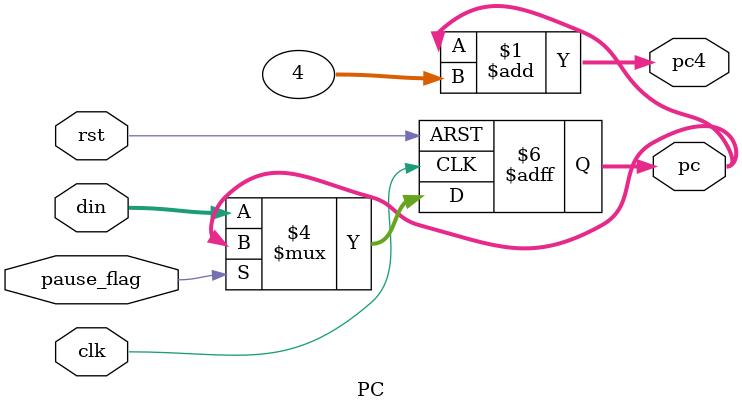
<source format=v>
`timescale 1ns/1ps

`include "defines.vh"

module PC (
    input wire clk,
    input wire rst,
    input wire [31:0] din,
    input wire pause_flag,
    output reg [31:0] pc,
    output wire [31:0] pc4
);

assign pc4 = pc + 4;

always @(posedge clk or posedge rst) begin
    if (rst)
        pc <= 32'b0;
    else if (pause_flag)
        pc <= pc;
    else
        pc <= din;
end
    
endmodule
</source>
